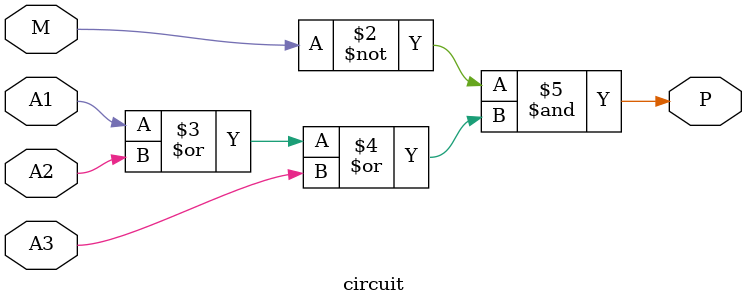
<source format=sv>
/* Roteiro 1 Problema 1
 * Matheus Inocêncio 119210532
 */
module circuit(
	input logic M, A1, A2, A3, //Entradas do programa
	output logic P //Saída
);
  
  /* P é uma saída que indica se a porta do elevador deve abrir. Ela abrirá quando o elevador
   * não estiver em movimento (M = 0) e um dos andares (A1, A2, A3) estiver 1.
   * Casos irrelevantes como ter mais de um andar no 1 ou então nenhum andar no 1 serão
   * desconsiderados.
   */
  always_comb P = ~M & (A1 | A2 | A3);
endmodule
</source>
